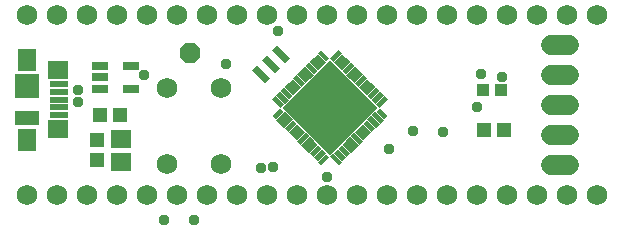
<source format=gbr>
G04 EAGLE Gerber RS-274X export*
G75*
%MOMM*%
%FSLAX34Y34*%
%LPD*%
%INSoldermask Top*%
%IPPOS*%
%AMOC8*
5,1,8,0,0,1.08239X$1,22.5*%
G01*
%ADD10R,1.003200X1.003200*%
%ADD11C,1.727200*%
%ADD12P,1.869504X8X22.500000*%
%ADD13R,1.203200X1.303200*%
%ADD14C,1.727200*%
%ADD15R,0.457200X1.016000*%
%ADD16R,5.715000X5.715000*%
%ADD17R,0.952500X0.396875*%
%ADD18R,0.396875X1.031875*%
%ADD19R,1.031875X0.396875*%
%ADD20R,0.396875X0.952500*%
%ADD21R,1.583200X0.609600*%
%ADD22R,1.753200X1.628200*%
%ADD23R,2.103200X2.003200*%
%ADD24R,2.103200X1.203200*%
%ADD25R,1.503200X1.853200*%
%ADD26R,1.603197X0.603200*%
%ADD27R,1.403200X0.753200*%
%ADD28R,1.303200X1.203200*%
%ADD29R,1.703200X1.503200*%
%ADD30C,0.959600*%


D10*
X674250Y153988D03*
X659250Y153988D03*
D11*
X755650Y65088D03*
X730250Y65088D03*
X704850Y65088D03*
X679450Y65088D03*
X654050Y65088D03*
X628650Y65088D03*
X603250Y65088D03*
X577850Y65088D03*
X552450Y65088D03*
X527050Y65088D03*
X501650Y65088D03*
X476250Y65088D03*
X450850Y65088D03*
X425450Y65088D03*
X400050Y65088D03*
X374650Y65088D03*
X349250Y65088D03*
X323850Y65088D03*
X298450Y65088D03*
X273050Y65088D03*
X273050Y217488D03*
X298450Y217488D03*
X323850Y217488D03*
X349250Y217488D03*
X374650Y217488D03*
X400050Y217488D03*
X425450Y217488D03*
X450850Y217488D03*
X476250Y217488D03*
X501650Y217488D03*
X527050Y217488D03*
X552450Y217488D03*
X577850Y217488D03*
X603250Y217488D03*
X628650Y217488D03*
X654050Y217488D03*
X679450Y217488D03*
X704850Y217488D03*
X730250Y217488D03*
X755650Y217488D03*
D12*
X411163Y185738D03*
D13*
X676838Y120650D03*
X659838Y120650D03*
D14*
X716280Y192088D02*
X731520Y192088D01*
X731520Y166688D02*
X716280Y166688D01*
X716280Y141288D02*
X731520Y141288D01*
X731520Y115888D02*
X716280Y115888D01*
X716280Y90488D02*
X731520Y90488D01*
D15*
G36*
X515691Y181820D02*
X518924Y185053D01*
X526107Y177870D01*
X522874Y174637D01*
X515691Y181820D01*
G37*
G36*
X512154Y178283D02*
X515387Y181516D01*
X522570Y174333D01*
X519337Y171100D01*
X512154Y178283D01*
G37*
G36*
X508618Y174747D02*
X511851Y177980D01*
X519034Y170797D01*
X515801Y167564D01*
X508618Y174747D01*
G37*
G36*
X505082Y171211D02*
X508315Y174444D01*
X515498Y167261D01*
X512265Y164028D01*
X505082Y171211D01*
G37*
G36*
X501545Y167674D02*
X504778Y170907D01*
X511961Y163724D01*
X508728Y160491D01*
X501545Y167674D01*
G37*
G36*
X498008Y164138D02*
X501241Y167371D01*
X508424Y160188D01*
X505191Y156955D01*
X498008Y164138D01*
G37*
G36*
X494472Y160601D02*
X497705Y163834D01*
X504888Y156651D01*
X501655Y153418D01*
X494472Y160601D01*
G37*
G36*
X490936Y157065D02*
X494169Y160298D01*
X501352Y153115D01*
X498119Y149882D01*
X490936Y157065D01*
G37*
G36*
X487400Y153529D02*
X490633Y156762D01*
X497816Y149579D01*
X494583Y146346D01*
X487400Y153529D01*
G37*
G36*
X483863Y149992D02*
X487096Y153225D01*
X494279Y146042D01*
X491046Y142809D01*
X483863Y149992D01*
G37*
G36*
X491046Y136201D02*
X494279Y132968D01*
X487096Y125785D01*
X483863Y129018D01*
X491046Y136201D01*
G37*
G36*
X494583Y132664D02*
X497816Y129431D01*
X490633Y122248D01*
X487400Y125481D01*
X494583Y132664D01*
G37*
G36*
X498119Y129127D02*
X501352Y125894D01*
X494169Y118711D01*
X490936Y121944D01*
X498119Y129127D01*
G37*
G36*
X501655Y125591D02*
X504888Y122358D01*
X497705Y115175D01*
X494472Y118408D01*
X501655Y125591D01*
G37*
G36*
X505191Y122055D02*
X508424Y118822D01*
X501241Y111639D01*
X498008Y114872D01*
X505191Y122055D01*
G37*
G36*
X508728Y118518D02*
X511961Y115285D01*
X504778Y108102D01*
X501545Y111335D01*
X508728Y118518D01*
G37*
G36*
X512265Y114982D02*
X515498Y111749D01*
X508315Y104566D01*
X505082Y107799D01*
X512265Y114982D01*
G37*
G36*
X515801Y111445D02*
X519034Y108212D01*
X511851Y101029D01*
X508618Y104262D01*
X515801Y111445D01*
G37*
G36*
X519337Y107909D02*
X522570Y104676D01*
X515387Y97493D01*
X512154Y100726D01*
X519337Y107909D01*
G37*
G36*
X522874Y104372D02*
X526107Y101139D01*
X518924Y93956D01*
X515691Y97189D01*
X522874Y104372D01*
G37*
G36*
X532715Y101139D02*
X535948Y104372D01*
X543131Y97189D01*
X539898Y93956D01*
X532715Y101139D01*
G37*
G36*
X536252Y104676D02*
X539485Y107909D01*
X546668Y100726D01*
X543435Y97493D01*
X536252Y104676D01*
G37*
G36*
X539788Y108212D02*
X543021Y111445D01*
X550204Y104262D01*
X546971Y101029D01*
X539788Y108212D01*
G37*
G36*
X543325Y111749D02*
X546558Y114982D01*
X553741Y107799D01*
X550508Y104566D01*
X543325Y111749D01*
G37*
G36*
X546861Y115285D02*
X550094Y118518D01*
X557277Y111335D01*
X554044Y108102D01*
X546861Y115285D01*
G37*
G36*
X550398Y118822D02*
X553631Y122055D01*
X560814Y114872D01*
X557581Y111639D01*
X550398Y118822D01*
G37*
G36*
X553934Y122358D02*
X557167Y125591D01*
X564350Y118408D01*
X561117Y115175D01*
X553934Y122358D01*
G37*
G36*
X557470Y125894D02*
X560703Y129127D01*
X567886Y121944D01*
X564653Y118711D01*
X557470Y125894D01*
G37*
G36*
X561007Y129431D02*
X564240Y132664D01*
X571423Y125481D01*
X568190Y122248D01*
X561007Y129431D01*
G37*
G36*
X564544Y132968D02*
X567777Y136201D01*
X574960Y129018D01*
X571727Y125785D01*
X564544Y132968D01*
G37*
G36*
X571727Y153225D02*
X574960Y149992D01*
X567777Y142809D01*
X564544Y146042D01*
X571727Y153225D01*
G37*
G36*
X568190Y156762D02*
X571423Y153529D01*
X564240Y146346D01*
X561007Y149579D01*
X568190Y156762D01*
G37*
G36*
X564653Y160298D02*
X567886Y157065D01*
X560703Y149882D01*
X557470Y153115D01*
X564653Y160298D01*
G37*
G36*
X561117Y163834D02*
X564350Y160601D01*
X557167Y153418D01*
X553934Y156651D01*
X561117Y163834D01*
G37*
G36*
X557581Y167371D02*
X560814Y164138D01*
X553631Y156955D01*
X550398Y160188D01*
X557581Y167371D01*
G37*
G36*
X554044Y170907D02*
X557277Y167674D01*
X550094Y160491D01*
X546861Y163724D01*
X554044Y170907D01*
G37*
G36*
X550508Y174444D02*
X553741Y171211D01*
X546558Y164028D01*
X543325Y167261D01*
X550508Y174444D01*
G37*
G36*
X546971Y177980D02*
X550204Y174747D01*
X543021Y167564D01*
X539788Y170797D01*
X546971Y177980D01*
G37*
G36*
X543435Y181516D02*
X546668Y178283D01*
X539485Y171100D01*
X536252Y174333D01*
X543435Y181516D01*
G37*
G36*
X539898Y185053D02*
X543131Y181820D01*
X535948Y174637D01*
X532715Y177870D01*
X539898Y185053D01*
G37*
D16*
G36*
X529411Y99094D02*
X489000Y139505D01*
X529411Y179916D01*
X569822Y139505D01*
X529411Y99094D01*
G37*
D17*
G36*
X575435Y129403D02*
X568701Y136137D01*
X571507Y138943D01*
X578241Y132209D01*
X575435Y129403D01*
G37*
D18*
G36*
X570945Y139506D02*
X568140Y142311D01*
X575435Y149606D01*
X578240Y146801D01*
X570945Y139506D01*
G37*
G36*
X532218Y178233D02*
X529413Y181038D01*
X536708Y188333D01*
X539513Y185528D01*
X532218Y178233D01*
G37*
D17*
G36*
X526043Y178794D02*
X519309Y185528D01*
X522115Y188334D01*
X528849Y181600D01*
X526043Y178794D01*
G37*
D19*
G36*
X487877Y139506D02*
X480582Y146801D01*
X483387Y149606D01*
X490682Y142311D01*
X487877Y139506D01*
G37*
D20*
G36*
X483388Y129403D02*
X480582Y132209D01*
X487316Y138943D01*
X490122Y136137D01*
X483388Y129403D01*
G37*
G36*
X522115Y90675D02*
X519309Y93481D01*
X526043Y100215D01*
X528849Y97409D01*
X522115Y90675D01*
G37*
D19*
G36*
X536708Y90676D02*
X529413Y97971D01*
X532218Y100776D01*
X539513Y93481D01*
X536708Y90676D01*
G37*
D21*
X299650Y159050D03*
X299650Y152550D03*
X299650Y146050D03*
X299650Y139550D03*
X299650Y133050D03*
D22*
X298800Y121175D03*
X298800Y170925D03*
D23*
X273050Y157550D03*
D24*
X273050Y130550D03*
D25*
X273050Y179800D03*
X273050Y112300D03*
D26*
G36*
X491445Y176898D02*
X480110Y188233D01*
X484375Y192498D01*
X495710Y181163D01*
X491445Y176898D01*
G37*
G36*
X482960Y168413D02*
X471625Y179748D01*
X475890Y184013D01*
X487225Y172678D01*
X482960Y168413D01*
G37*
G36*
X474475Y159927D02*
X463140Y171262D01*
X467405Y175527D01*
X478740Y164192D01*
X474475Y159927D01*
G37*
D27*
X334663Y174600D03*
X334663Y165100D03*
X334663Y155600D03*
X360663Y155600D03*
X360663Y174600D03*
D28*
X351400Y133350D03*
X334400Y133350D03*
D29*
X352425Y93688D03*
X352425Y112688D03*
D11*
X391732Y91313D03*
X436944Y91313D03*
X391732Y156337D03*
X436944Y156337D03*
D28*
X331788Y94688D03*
X331788Y111688D03*
D30*
X625475Y119063D03*
X371791Y167389D03*
X530225Y155575D03*
X530225Y125413D03*
X654050Y139700D03*
X441325Y176213D03*
X674688Y165100D03*
X485775Y204068D03*
X315913Y144375D03*
X315913Y154225D03*
X579438Y104775D03*
X600075Y119987D03*
X388938Y44450D03*
X414338Y44450D03*
X470783Y88017D03*
X481535Y89091D03*
X527050Y80963D03*
X657239Y168261D03*
M02*

</source>
